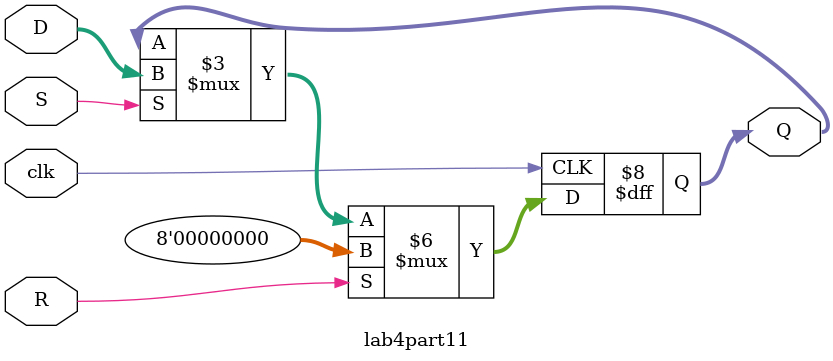
<source format=v>
`timescale 1 ns/ 10 ps

module lab4part11(clk, R, S, D, Q);
input clk, R, S;
input[7:0] D;
output reg [7:0] Q;

always @ (posedge clk) begin 
	if (R) 
		 Q <= 8'b0;
	else
	begin
        	if(S) 
		  		Q <= D;
       	 	else
            	Q <= Q;
	end
end 


endmodule


</source>
